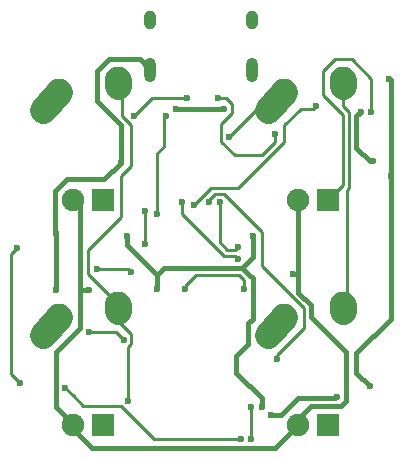
<source format=gtl>
%TF.GenerationSoftware,KiCad,Pcbnew,(5.0.0)*%
%TF.CreationDate,2019-01-27T02:24:25-08:00*%
%TF.ProjectId,Voyager4,566F7961676572342E6B696361645F70,rev?*%
%TF.SameCoordinates,Original*%
%TF.FileFunction,Copper,L1,Top,Signal*%
%TF.FilePolarity,Positive*%
%FSLAX46Y46*%
G04 Gerber Fmt 4.6, Leading zero omitted, Abs format (unit mm)*
G04 Created by KiCad (PCBNEW (5.0.0)) date 01/27/19 02:24:25*
%MOMM*%
%LPD*%
G01*
G04 APERTURE LIST*
%ADD10C,2.250000*%
%ADD11C,2.250000*%
%ADD12C,1.905000*%
%ADD13R,1.905000X1.905000*%
%ADD14O,1.000000X1.600000*%
%ADD15O,1.000000X2.100000*%
%ADD16C,0.600000*%
%ADD17C,0.381000*%
%ADD18C,0.254000*%
G04 APERTURE END LIST*
D10*
X61257500Y-53947500D03*
D11*
X61237500Y-54237500D02*
X61277500Y-53657500D01*
D10*
X61277500Y-53657500D03*
X55582501Y-55467500D03*
D11*
X54927500Y-56197500D02*
X56237502Y-54737500D01*
D10*
X56237500Y-54737500D03*
D12*
X57467500Y-63817500D03*
D13*
X60007500Y-63817500D03*
D10*
X61257500Y-34897500D03*
D11*
X61237500Y-35187500D02*
X61277500Y-34607500D01*
D10*
X61277500Y-34607500D03*
X55582501Y-36417500D03*
D11*
X54927500Y-37147500D02*
X56237502Y-35687500D01*
D10*
X56237500Y-35687500D03*
D12*
X57467500Y-44767500D03*
D13*
X60007500Y-44767500D03*
X79057500Y-44767500D03*
D12*
X76517500Y-44767500D03*
D10*
X75287500Y-35687500D03*
X74632501Y-36417500D03*
D11*
X73977500Y-37147500D02*
X75287502Y-35687500D01*
D10*
X80327500Y-34607500D03*
X80307500Y-34897500D03*
D11*
X80287500Y-35187500D02*
X80327500Y-34607500D01*
D10*
X80307500Y-53947500D03*
D11*
X80287500Y-54237500D02*
X80327500Y-53657500D01*
D10*
X80327500Y-53657500D03*
X74632501Y-55467500D03*
D11*
X73977500Y-56197500D02*
X75287502Y-54737500D01*
D10*
X75287500Y-54737500D03*
D12*
X76517500Y-63817500D03*
D13*
X79057500Y-63817500D03*
D14*
X72582500Y-29587500D03*
X63942500Y-29587500D03*
D15*
X72582500Y-33767500D03*
X63942500Y-33767500D03*
D16*
X82804000Y-41529000D03*
X81788000Y-37338000D03*
X56007000Y-47625000D03*
X61468000Y-41656000D03*
X56007000Y-52451000D03*
X72644000Y-47879000D03*
X64516000Y-52324000D03*
X58801000Y-52451000D03*
X76073000Y-51054000D03*
X73406000Y-62357000D03*
X61976000Y-47879000D03*
X62103000Y-61849000D03*
X70231000Y-37084000D03*
X66167000Y-37084000D03*
X64516000Y-45974000D03*
X65278000Y-37719000D03*
X70612000Y-39497000D03*
X61722000Y-56642000D03*
X58801000Y-56007000D03*
X66929000Y-52324000D03*
X71882000Y-52324000D03*
X68961000Y-44958000D03*
X74676000Y-58293000D03*
X72517000Y-62357000D03*
X72517000Y-65024000D03*
X63500000Y-45720000D03*
X63500000Y-48518000D03*
X59436000Y-50673000D03*
X62357000Y-50927000D03*
X66675000Y-44958000D03*
X71374000Y-49784000D03*
X69850000Y-44958000D03*
X71374000Y-48768000D03*
X74549000Y-39243000D03*
X69723000Y-36195000D03*
X67056000Y-36195000D03*
X62611000Y-37719000D03*
X71628000Y-65024000D03*
X56769000Y-60706000D03*
X52959000Y-60325000D03*
X52705000Y-48895000D03*
X82677000Y-37338000D03*
X84328000Y-42799000D03*
X84201000Y-34544000D03*
X74168000Y-62992000D03*
X82550000Y-60579000D03*
X79756000Y-61468000D03*
X67691000Y-45212000D03*
X77978000Y-36830000D03*
D17*
X81407000Y-37719000D02*
X81788000Y-37338000D01*
X81407000Y-40386000D02*
X81407000Y-37719000D01*
X82550000Y-41529000D02*
X81407000Y-40386000D01*
X82804000Y-41529000D02*
X82550000Y-41529000D01*
X56007000Y-47625000D02*
X55880000Y-47498000D01*
X55880000Y-47498000D02*
X55880000Y-44069000D01*
X55880000Y-44069000D02*
X56896000Y-43053000D01*
X56896000Y-43053000D02*
X60071000Y-43053000D01*
X60071000Y-43053000D02*
X61468000Y-41656000D01*
X56007000Y-52451000D02*
X56007000Y-47625000D01*
X61468000Y-41656000D02*
X61468000Y-38481000D01*
X61468000Y-38481000D02*
X59436000Y-36449000D01*
X59436000Y-36449000D02*
X59436000Y-33909000D01*
X59436000Y-33909000D02*
X60452000Y-32893000D01*
X63068000Y-32893000D02*
X63942500Y-33767500D01*
X60452000Y-32893000D02*
X63068000Y-32893000D01*
X72644000Y-47879000D02*
X72644000Y-49657000D01*
X72644000Y-49657000D02*
X71755000Y-50546000D01*
X58039000Y-45339000D02*
X57467500Y-44767500D01*
X58801000Y-52451000D02*
X58039000Y-52451000D01*
X58039000Y-52451000D02*
X58039000Y-45339000D01*
X76073000Y-51054000D02*
X76517500Y-51054000D01*
X72263000Y-51054000D02*
X71755000Y-50546000D01*
X72644000Y-51435000D02*
X72263000Y-51054000D01*
X72644000Y-54864000D02*
X72644000Y-51435000D01*
X73406000Y-61595000D02*
X71247000Y-59436000D01*
X73406000Y-62357000D02*
X73406000Y-61595000D01*
X71247000Y-59436000D02*
X71247000Y-58039000D01*
X71247000Y-58039000D02*
X72263000Y-57023000D01*
X72263000Y-57023000D02*
X72263000Y-55245000D01*
X72263000Y-55245000D02*
X72644000Y-54864000D01*
X74549000Y-65786000D02*
X76517500Y-63817500D01*
X59055000Y-65786000D02*
X74549000Y-65786000D01*
X57467500Y-63817500D02*
X57467500Y-64198500D01*
X57467500Y-64198500D02*
X59055000Y-65786000D01*
X58039000Y-55626000D02*
X58039000Y-52451000D01*
X56007000Y-57658000D02*
X58039000Y-55626000D01*
X56007000Y-62357000D02*
X56007000Y-57658000D01*
X57467500Y-63817500D02*
X56007000Y-62357000D01*
X67564000Y-50546000D02*
X71755000Y-50546000D01*
X76517500Y-63309500D02*
X76517500Y-63817500D01*
X80137000Y-62230000D02*
X77597000Y-62230000D01*
X76517500Y-51054000D02*
X76517500Y-52641500D01*
X76517500Y-52641500D02*
X77597000Y-53721000D01*
X77597000Y-53721000D02*
X77597000Y-54737000D01*
X77597000Y-54737000D02*
X80518000Y-57658000D01*
X77597000Y-62230000D02*
X76517500Y-63309500D01*
X80518000Y-57658000D02*
X80518000Y-61849000D01*
X80518000Y-61849000D02*
X80137000Y-62230000D01*
X61976000Y-48641000D02*
X61976000Y-47879000D01*
X64516000Y-51181000D02*
X61976000Y-48641000D01*
X64516000Y-52324000D02*
X64516000Y-51181000D01*
X65151000Y-50546000D02*
X64516000Y-51181000D01*
X67564000Y-50546000D02*
X65151000Y-50546000D01*
X76517500Y-44767500D02*
X76517500Y-51054000D01*
D18*
X80287500Y-36853500D02*
X80287500Y-35187500D01*
X80772000Y-37338000D02*
X80287500Y-36853500D01*
X80772000Y-43815000D02*
X80772000Y-37338000D01*
X80645000Y-43942000D02*
X80772000Y-43815000D01*
X80645000Y-53340000D02*
X80645000Y-43942000D01*
X80327500Y-53657500D02*
X80645000Y-53340000D01*
X61237500Y-55014500D02*
X61237500Y-54237500D01*
X62357000Y-56134000D02*
X61237500Y-55014500D01*
X62357000Y-57023000D02*
X62357000Y-56134000D01*
X62103000Y-57277000D02*
X62357000Y-57023000D01*
X62103000Y-61849000D02*
X62103000Y-57277000D01*
X61595000Y-35545000D02*
X61237500Y-35187500D01*
X61595000Y-37719000D02*
X61595000Y-35545000D01*
X62357000Y-41910000D02*
X62357000Y-38481000D01*
X61237500Y-53617500D02*
X58674000Y-51054000D01*
X62357000Y-38481000D02*
X61595000Y-37719000D01*
X61237500Y-54237500D02*
X61237500Y-53617500D01*
X58674000Y-51054000D02*
X58674000Y-49022000D01*
X58674000Y-49022000D02*
X61468000Y-46228000D01*
X61468000Y-46228000D02*
X61468000Y-42799000D01*
X61468000Y-42799000D02*
X62357000Y-41910000D01*
D17*
X70231000Y-37084000D02*
X68453000Y-37084000D01*
X68453000Y-37084000D02*
X66167000Y-37084000D01*
D18*
X65151000Y-37846000D02*
X65278000Y-37719000D01*
X65151000Y-40259000D02*
X65151000Y-37846000D01*
X64516000Y-40894000D02*
X65151000Y-40259000D01*
X64516000Y-45974000D02*
X64516000Y-40894000D01*
X73977500Y-37147500D02*
X72961500Y-37147500D01*
X72961500Y-37147500D02*
X70612000Y-39497000D01*
X61722000Y-56642000D02*
X61087000Y-56007000D01*
X61087000Y-56007000D02*
X58801000Y-56007000D01*
X66929000Y-52070000D02*
X66929000Y-52324000D01*
X67818000Y-51181000D02*
X66929000Y-52070000D01*
X71501000Y-51181000D02*
X67818000Y-51181000D01*
X71882000Y-52324000D02*
X71882000Y-51562000D01*
X71882000Y-51562000D02*
X71501000Y-51181000D01*
X72517000Y-62357000D02*
X72517000Y-64516000D01*
X72517000Y-65024000D02*
X72517000Y-64516000D01*
X74676000Y-57912000D02*
X74676000Y-58293000D01*
X76962000Y-55626000D02*
X74676000Y-57912000D01*
X76962000Y-53975000D02*
X76962000Y-55626000D01*
X68961000Y-44831000D02*
X69469000Y-44323000D01*
X68961000Y-44958000D02*
X68961000Y-44831000D01*
X69469000Y-44323000D02*
X70231000Y-44323000D01*
X70231000Y-44323000D02*
X73406000Y-47498000D01*
X73406000Y-47498000D02*
X73406000Y-50419000D01*
X73406000Y-50419000D02*
X76962000Y-53975000D01*
X63500000Y-45720000D02*
X63500000Y-48518000D01*
X62103000Y-50673000D02*
X59436000Y-50673000D01*
X62357000Y-50927000D02*
X62103000Y-50673000D01*
X66675000Y-45974000D02*
X66675000Y-44958000D01*
X70231000Y-49530000D02*
X66675000Y-45974000D01*
X70231000Y-49530000D02*
X71120000Y-49530000D01*
X71120000Y-49530000D02*
X71374000Y-49784000D01*
X69850000Y-48387000D02*
X69850000Y-44958000D01*
X70485000Y-49022000D02*
X69850000Y-48387000D01*
X71374000Y-48768000D02*
X71120000Y-49022000D01*
X71120000Y-49022000D02*
X70485000Y-49022000D01*
X70866000Y-36703000D02*
X70358000Y-36195000D01*
X70358000Y-36195000D02*
X69723000Y-36195000D01*
X70866000Y-37465000D02*
X70866000Y-36703000D01*
X74549000Y-39243000D02*
X74549000Y-39878000D01*
X74549000Y-39878000D02*
X73406000Y-41021000D01*
X73406000Y-41021000D02*
X71120000Y-41021000D01*
X71120000Y-41021000D02*
X69977000Y-39878000D01*
X69977000Y-39878000D02*
X69977000Y-38354000D01*
X69977000Y-38354000D02*
X70866000Y-37465000D01*
X67056000Y-36195000D02*
X65659000Y-36195000D01*
X65659000Y-36195000D02*
X64135000Y-36195000D01*
X64135000Y-36195000D02*
X62611000Y-37719000D01*
X52959000Y-60325000D02*
X52197000Y-59563000D01*
X52197000Y-59563000D02*
X52197000Y-49403000D01*
X52197000Y-49403000D02*
X52705000Y-48895000D01*
X57404000Y-61341000D02*
X56769000Y-60706000D01*
X58293000Y-62230000D02*
X57404000Y-61341000D01*
X61468000Y-62230000D02*
X58293000Y-62230000D01*
X64262000Y-65024000D02*
X61468000Y-62230000D01*
X71628000Y-65024000D02*
X64262000Y-65024000D01*
X78613000Y-35941000D02*
X78613000Y-33909000D01*
X78613000Y-33909000D02*
X79629000Y-32893000D01*
X80264000Y-43561000D02*
X79057500Y-44767500D01*
X80264000Y-37592000D02*
X80264000Y-43561000D01*
X80264000Y-37592000D02*
X78613000Y-35941000D01*
X80772000Y-32893000D02*
X81026000Y-32893000D01*
X79629000Y-32893000D02*
X80772000Y-32893000D01*
X81026000Y-32893000D02*
X82677000Y-34544000D01*
X82677000Y-34544000D02*
X82677000Y-37338000D01*
D17*
X84328000Y-42799000D02*
X84328000Y-34671000D01*
X84328000Y-34671000D02*
X84201000Y-34544000D01*
X75057000Y-62992000D02*
X76454000Y-61595000D01*
X74168000Y-62992000D02*
X75057000Y-62992000D01*
X76454000Y-61595000D02*
X79629000Y-61595000D01*
X79629000Y-61595000D02*
X79756000Y-61468000D01*
X84328000Y-53975000D02*
X84328000Y-42799000D01*
X84328000Y-54864000D02*
X84328000Y-53975000D01*
X81407000Y-57785000D02*
X84328000Y-54864000D01*
X81407000Y-59436000D02*
X81407000Y-57785000D01*
X82550000Y-60579000D02*
X81407000Y-59436000D01*
D18*
X77724000Y-37084000D02*
X77978000Y-36830000D01*
X67691000Y-45212000D02*
X69088000Y-43815000D01*
X71374000Y-43815000D02*
X75311000Y-39878000D01*
X75311000Y-39878000D02*
X75311000Y-38481000D01*
X75311000Y-38481000D02*
X76708000Y-37084000D01*
X69088000Y-43815000D02*
X71374000Y-43815000D01*
X76708000Y-37084000D02*
X77724000Y-37084000D01*
M02*

</source>
